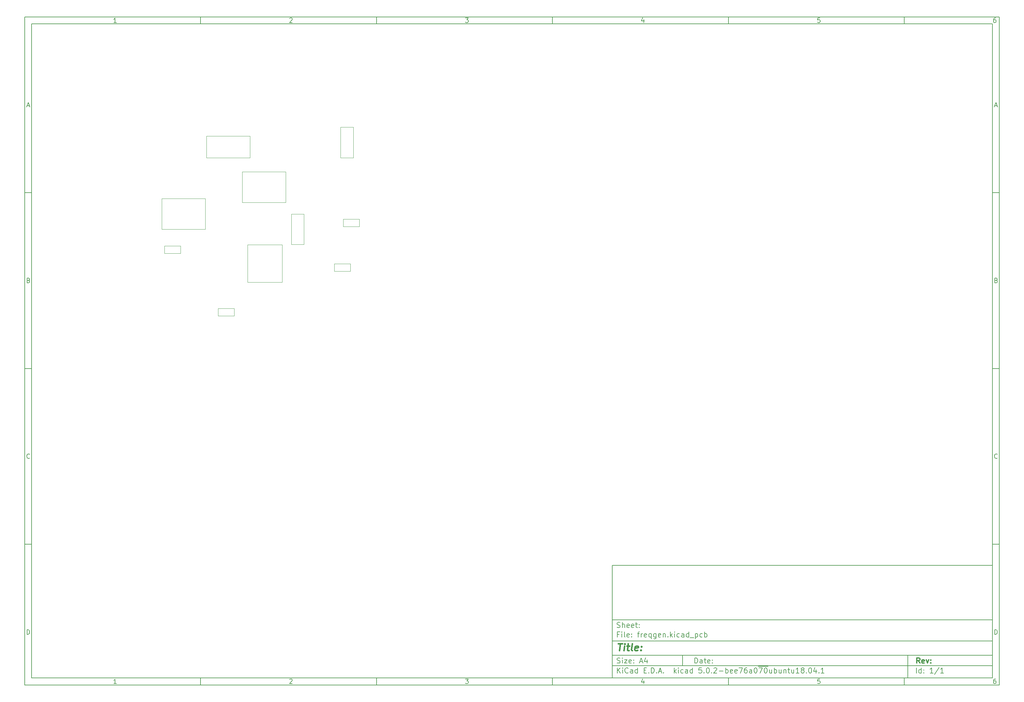
<source format=gbr>
G04 #@! TF.GenerationSoftware,KiCad,Pcbnew,5.0.2-bee76a0~70~ubuntu18.04.1*
G04 #@! TF.CreationDate,2019-03-06T00:46:13+05:30*
G04 #@! TF.ProjectId,freqgen,66726571-6765-46e2-9e6b-696361645f70,rev?*
G04 #@! TF.SameCoordinates,Original*
G04 #@! TF.FileFunction,Other,User*
%FSLAX46Y46*%
G04 Gerber Fmt 4.6, Leading zero omitted, Abs format (unit mm)*
G04 Created by KiCad (PCBNEW 5.0.2-bee76a0~70~ubuntu18.04.1) date Wed Mar  6 00:46:13 2019*
%MOMM*%
%LPD*%
G01*
G04 APERTURE LIST*
%ADD10C,0.100000*%
%ADD11C,0.150000*%
%ADD12C,0.300000*%
%ADD13C,0.400000*%
%ADD14C,0.050000*%
G04 APERTURE END LIST*
D10*
D11*
X177002200Y-166007200D02*
X177002200Y-198007200D01*
X285002200Y-198007200D01*
X285002200Y-166007200D01*
X177002200Y-166007200D01*
D10*
D11*
X10000000Y-10000000D02*
X10000000Y-200007200D01*
X287002200Y-200007200D01*
X287002200Y-10000000D01*
X10000000Y-10000000D01*
D10*
D11*
X12000000Y-12000000D02*
X12000000Y-198007200D01*
X285002200Y-198007200D01*
X285002200Y-12000000D01*
X12000000Y-12000000D01*
D10*
D11*
X60000000Y-12000000D02*
X60000000Y-10000000D01*
D10*
D11*
X110000000Y-12000000D02*
X110000000Y-10000000D01*
D10*
D11*
X160000000Y-12000000D02*
X160000000Y-10000000D01*
D10*
D11*
X210000000Y-12000000D02*
X210000000Y-10000000D01*
D10*
D11*
X260000000Y-12000000D02*
X260000000Y-10000000D01*
D10*
D11*
X36065476Y-11588095D02*
X35322619Y-11588095D01*
X35694047Y-11588095D02*
X35694047Y-10288095D01*
X35570238Y-10473809D01*
X35446428Y-10597619D01*
X35322619Y-10659523D01*
D10*
D11*
X85322619Y-10411904D02*
X85384523Y-10350000D01*
X85508333Y-10288095D01*
X85817857Y-10288095D01*
X85941666Y-10350000D01*
X86003571Y-10411904D01*
X86065476Y-10535714D01*
X86065476Y-10659523D01*
X86003571Y-10845238D01*
X85260714Y-11588095D01*
X86065476Y-11588095D01*
D10*
D11*
X135260714Y-10288095D02*
X136065476Y-10288095D01*
X135632142Y-10783333D01*
X135817857Y-10783333D01*
X135941666Y-10845238D01*
X136003571Y-10907142D01*
X136065476Y-11030952D01*
X136065476Y-11340476D01*
X136003571Y-11464285D01*
X135941666Y-11526190D01*
X135817857Y-11588095D01*
X135446428Y-11588095D01*
X135322619Y-11526190D01*
X135260714Y-11464285D01*
D10*
D11*
X185941666Y-10721428D02*
X185941666Y-11588095D01*
X185632142Y-10226190D02*
X185322619Y-11154761D01*
X186127380Y-11154761D01*
D10*
D11*
X236003571Y-10288095D02*
X235384523Y-10288095D01*
X235322619Y-10907142D01*
X235384523Y-10845238D01*
X235508333Y-10783333D01*
X235817857Y-10783333D01*
X235941666Y-10845238D01*
X236003571Y-10907142D01*
X236065476Y-11030952D01*
X236065476Y-11340476D01*
X236003571Y-11464285D01*
X235941666Y-11526190D01*
X235817857Y-11588095D01*
X235508333Y-11588095D01*
X235384523Y-11526190D01*
X235322619Y-11464285D01*
D10*
D11*
X285941666Y-10288095D02*
X285694047Y-10288095D01*
X285570238Y-10350000D01*
X285508333Y-10411904D01*
X285384523Y-10597619D01*
X285322619Y-10845238D01*
X285322619Y-11340476D01*
X285384523Y-11464285D01*
X285446428Y-11526190D01*
X285570238Y-11588095D01*
X285817857Y-11588095D01*
X285941666Y-11526190D01*
X286003571Y-11464285D01*
X286065476Y-11340476D01*
X286065476Y-11030952D01*
X286003571Y-10907142D01*
X285941666Y-10845238D01*
X285817857Y-10783333D01*
X285570238Y-10783333D01*
X285446428Y-10845238D01*
X285384523Y-10907142D01*
X285322619Y-11030952D01*
D10*
D11*
X60000000Y-198007200D02*
X60000000Y-200007200D01*
D10*
D11*
X110000000Y-198007200D02*
X110000000Y-200007200D01*
D10*
D11*
X160000000Y-198007200D02*
X160000000Y-200007200D01*
D10*
D11*
X210000000Y-198007200D02*
X210000000Y-200007200D01*
D10*
D11*
X260000000Y-198007200D02*
X260000000Y-200007200D01*
D10*
D11*
X36065476Y-199595295D02*
X35322619Y-199595295D01*
X35694047Y-199595295D02*
X35694047Y-198295295D01*
X35570238Y-198481009D01*
X35446428Y-198604819D01*
X35322619Y-198666723D01*
D10*
D11*
X85322619Y-198419104D02*
X85384523Y-198357200D01*
X85508333Y-198295295D01*
X85817857Y-198295295D01*
X85941666Y-198357200D01*
X86003571Y-198419104D01*
X86065476Y-198542914D01*
X86065476Y-198666723D01*
X86003571Y-198852438D01*
X85260714Y-199595295D01*
X86065476Y-199595295D01*
D10*
D11*
X135260714Y-198295295D02*
X136065476Y-198295295D01*
X135632142Y-198790533D01*
X135817857Y-198790533D01*
X135941666Y-198852438D01*
X136003571Y-198914342D01*
X136065476Y-199038152D01*
X136065476Y-199347676D01*
X136003571Y-199471485D01*
X135941666Y-199533390D01*
X135817857Y-199595295D01*
X135446428Y-199595295D01*
X135322619Y-199533390D01*
X135260714Y-199471485D01*
D10*
D11*
X185941666Y-198728628D02*
X185941666Y-199595295D01*
X185632142Y-198233390D02*
X185322619Y-199161961D01*
X186127380Y-199161961D01*
D10*
D11*
X236003571Y-198295295D02*
X235384523Y-198295295D01*
X235322619Y-198914342D01*
X235384523Y-198852438D01*
X235508333Y-198790533D01*
X235817857Y-198790533D01*
X235941666Y-198852438D01*
X236003571Y-198914342D01*
X236065476Y-199038152D01*
X236065476Y-199347676D01*
X236003571Y-199471485D01*
X235941666Y-199533390D01*
X235817857Y-199595295D01*
X235508333Y-199595295D01*
X235384523Y-199533390D01*
X235322619Y-199471485D01*
D10*
D11*
X285941666Y-198295295D02*
X285694047Y-198295295D01*
X285570238Y-198357200D01*
X285508333Y-198419104D01*
X285384523Y-198604819D01*
X285322619Y-198852438D01*
X285322619Y-199347676D01*
X285384523Y-199471485D01*
X285446428Y-199533390D01*
X285570238Y-199595295D01*
X285817857Y-199595295D01*
X285941666Y-199533390D01*
X286003571Y-199471485D01*
X286065476Y-199347676D01*
X286065476Y-199038152D01*
X286003571Y-198914342D01*
X285941666Y-198852438D01*
X285817857Y-198790533D01*
X285570238Y-198790533D01*
X285446428Y-198852438D01*
X285384523Y-198914342D01*
X285322619Y-199038152D01*
D10*
D11*
X10000000Y-60000000D02*
X12000000Y-60000000D01*
D10*
D11*
X10000000Y-110000000D02*
X12000000Y-110000000D01*
D10*
D11*
X10000000Y-160000000D02*
X12000000Y-160000000D01*
D10*
D11*
X10690476Y-35216666D02*
X11309523Y-35216666D01*
X10566666Y-35588095D02*
X11000000Y-34288095D01*
X11433333Y-35588095D01*
D10*
D11*
X11092857Y-84907142D02*
X11278571Y-84969047D01*
X11340476Y-85030952D01*
X11402380Y-85154761D01*
X11402380Y-85340476D01*
X11340476Y-85464285D01*
X11278571Y-85526190D01*
X11154761Y-85588095D01*
X10659523Y-85588095D01*
X10659523Y-84288095D01*
X11092857Y-84288095D01*
X11216666Y-84350000D01*
X11278571Y-84411904D01*
X11340476Y-84535714D01*
X11340476Y-84659523D01*
X11278571Y-84783333D01*
X11216666Y-84845238D01*
X11092857Y-84907142D01*
X10659523Y-84907142D01*
D10*
D11*
X11402380Y-135464285D02*
X11340476Y-135526190D01*
X11154761Y-135588095D01*
X11030952Y-135588095D01*
X10845238Y-135526190D01*
X10721428Y-135402380D01*
X10659523Y-135278571D01*
X10597619Y-135030952D01*
X10597619Y-134845238D01*
X10659523Y-134597619D01*
X10721428Y-134473809D01*
X10845238Y-134350000D01*
X11030952Y-134288095D01*
X11154761Y-134288095D01*
X11340476Y-134350000D01*
X11402380Y-134411904D01*
D10*
D11*
X10659523Y-185588095D02*
X10659523Y-184288095D01*
X10969047Y-184288095D01*
X11154761Y-184350000D01*
X11278571Y-184473809D01*
X11340476Y-184597619D01*
X11402380Y-184845238D01*
X11402380Y-185030952D01*
X11340476Y-185278571D01*
X11278571Y-185402380D01*
X11154761Y-185526190D01*
X10969047Y-185588095D01*
X10659523Y-185588095D01*
D10*
D11*
X287002200Y-60000000D02*
X285002200Y-60000000D01*
D10*
D11*
X287002200Y-110000000D02*
X285002200Y-110000000D01*
D10*
D11*
X287002200Y-160000000D02*
X285002200Y-160000000D01*
D10*
D11*
X285692676Y-35216666D02*
X286311723Y-35216666D01*
X285568866Y-35588095D02*
X286002200Y-34288095D01*
X286435533Y-35588095D01*
D10*
D11*
X286095057Y-84907142D02*
X286280771Y-84969047D01*
X286342676Y-85030952D01*
X286404580Y-85154761D01*
X286404580Y-85340476D01*
X286342676Y-85464285D01*
X286280771Y-85526190D01*
X286156961Y-85588095D01*
X285661723Y-85588095D01*
X285661723Y-84288095D01*
X286095057Y-84288095D01*
X286218866Y-84350000D01*
X286280771Y-84411904D01*
X286342676Y-84535714D01*
X286342676Y-84659523D01*
X286280771Y-84783333D01*
X286218866Y-84845238D01*
X286095057Y-84907142D01*
X285661723Y-84907142D01*
D10*
D11*
X286404580Y-135464285D02*
X286342676Y-135526190D01*
X286156961Y-135588095D01*
X286033152Y-135588095D01*
X285847438Y-135526190D01*
X285723628Y-135402380D01*
X285661723Y-135278571D01*
X285599819Y-135030952D01*
X285599819Y-134845238D01*
X285661723Y-134597619D01*
X285723628Y-134473809D01*
X285847438Y-134350000D01*
X286033152Y-134288095D01*
X286156961Y-134288095D01*
X286342676Y-134350000D01*
X286404580Y-134411904D01*
D10*
D11*
X285661723Y-185588095D02*
X285661723Y-184288095D01*
X285971247Y-184288095D01*
X286156961Y-184350000D01*
X286280771Y-184473809D01*
X286342676Y-184597619D01*
X286404580Y-184845238D01*
X286404580Y-185030952D01*
X286342676Y-185278571D01*
X286280771Y-185402380D01*
X286156961Y-185526190D01*
X285971247Y-185588095D01*
X285661723Y-185588095D01*
D10*
D11*
X200434342Y-193785771D02*
X200434342Y-192285771D01*
X200791485Y-192285771D01*
X201005771Y-192357200D01*
X201148628Y-192500057D01*
X201220057Y-192642914D01*
X201291485Y-192928628D01*
X201291485Y-193142914D01*
X201220057Y-193428628D01*
X201148628Y-193571485D01*
X201005771Y-193714342D01*
X200791485Y-193785771D01*
X200434342Y-193785771D01*
X202577200Y-193785771D02*
X202577200Y-193000057D01*
X202505771Y-192857200D01*
X202362914Y-192785771D01*
X202077200Y-192785771D01*
X201934342Y-192857200D01*
X202577200Y-193714342D02*
X202434342Y-193785771D01*
X202077200Y-193785771D01*
X201934342Y-193714342D01*
X201862914Y-193571485D01*
X201862914Y-193428628D01*
X201934342Y-193285771D01*
X202077200Y-193214342D01*
X202434342Y-193214342D01*
X202577200Y-193142914D01*
X203077200Y-192785771D02*
X203648628Y-192785771D01*
X203291485Y-192285771D02*
X203291485Y-193571485D01*
X203362914Y-193714342D01*
X203505771Y-193785771D01*
X203648628Y-193785771D01*
X204720057Y-193714342D02*
X204577200Y-193785771D01*
X204291485Y-193785771D01*
X204148628Y-193714342D01*
X204077200Y-193571485D01*
X204077200Y-193000057D01*
X204148628Y-192857200D01*
X204291485Y-192785771D01*
X204577200Y-192785771D01*
X204720057Y-192857200D01*
X204791485Y-193000057D01*
X204791485Y-193142914D01*
X204077200Y-193285771D01*
X205434342Y-193642914D02*
X205505771Y-193714342D01*
X205434342Y-193785771D01*
X205362914Y-193714342D01*
X205434342Y-193642914D01*
X205434342Y-193785771D01*
X205434342Y-192857200D02*
X205505771Y-192928628D01*
X205434342Y-193000057D01*
X205362914Y-192928628D01*
X205434342Y-192857200D01*
X205434342Y-193000057D01*
D10*
D11*
X177002200Y-194507200D02*
X285002200Y-194507200D01*
D10*
D11*
X178434342Y-196585771D02*
X178434342Y-195085771D01*
X179291485Y-196585771D02*
X178648628Y-195728628D01*
X179291485Y-195085771D02*
X178434342Y-195942914D01*
X179934342Y-196585771D02*
X179934342Y-195585771D01*
X179934342Y-195085771D02*
X179862914Y-195157200D01*
X179934342Y-195228628D01*
X180005771Y-195157200D01*
X179934342Y-195085771D01*
X179934342Y-195228628D01*
X181505771Y-196442914D02*
X181434342Y-196514342D01*
X181220057Y-196585771D01*
X181077200Y-196585771D01*
X180862914Y-196514342D01*
X180720057Y-196371485D01*
X180648628Y-196228628D01*
X180577200Y-195942914D01*
X180577200Y-195728628D01*
X180648628Y-195442914D01*
X180720057Y-195300057D01*
X180862914Y-195157200D01*
X181077200Y-195085771D01*
X181220057Y-195085771D01*
X181434342Y-195157200D01*
X181505771Y-195228628D01*
X182791485Y-196585771D02*
X182791485Y-195800057D01*
X182720057Y-195657200D01*
X182577200Y-195585771D01*
X182291485Y-195585771D01*
X182148628Y-195657200D01*
X182791485Y-196514342D02*
X182648628Y-196585771D01*
X182291485Y-196585771D01*
X182148628Y-196514342D01*
X182077200Y-196371485D01*
X182077200Y-196228628D01*
X182148628Y-196085771D01*
X182291485Y-196014342D01*
X182648628Y-196014342D01*
X182791485Y-195942914D01*
X184148628Y-196585771D02*
X184148628Y-195085771D01*
X184148628Y-196514342D02*
X184005771Y-196585771D01*
X183720057Y-196585771D01*
X183577200Y-196514342D01*
X183505771Y-196442914D01*
X183434342Y-196300057D01*
X183434342Y-195871485D01*
X183505771Y-195728628D01*
X183577200Y-195657200D01*
X183720057Y-195585771D01*
X184005771Y-195585771D01*
X184148628Y-195657200D01*
X186005771Y-195800057D02*
X186505771Y-195800057D01*
X186720057Y-196585771D02*
X186005771Y-196585771D01*
X186005771Y-195085771D01*
X186720057Y-195085771D01*
X187362914Y-196442914D02*
X187434342Y-196514342D01*
X187362914Y-196585771D01*
X187291485Y-196514342D01*
X187362914Y-196442914D01*
X187362914Y-196585771D01*
X188077200Y-196585771D02*
X188077200Y-195085771D01*
X188434342Y-195085771D01*
X188648628Y-195157200D01*
X188791485Y-195300057D01*
X188862914Y-195442914D01*
X188934342Y-195728628D01*
X188934342Y-195942914D01*
X188862914Y-196228628D01*
X188791485Y-196371485D01*
X188648628Y-196514342D01*
X188434342Y-196585771D01*
X188077200Y-196585771D01*
X189577200Y-196442914D02*
X189648628Y-196514342D01*
X189577200Y-196585771D01*
X189505771Y-196514342D01*
X189577200Y-196442914D01*
X189577200Y-196585771D01*
X190220057Y-196157200D02*
X190934342Y-196157200D01*
X190077200Y-196585771D02*
X190577200Y-195085771D01*
X191077200Y-196585771D01*
X191577200Y-196442914D02*
X191648628Y-196514342D01*
X191577200Y-196585771D01*
X191505771Y-196514342D01*
X191577200Y-196442914D01*
X191577200Y-196585771D01*
X194577200Y-196585771D02*
X194577200Y-195085771D01*
X194720057Y-196014342D02*
X195148628Y-196585771D01*
X195148628Y-195585771D02*
X194577200Y-196157200D01*
X195791485Y-196585771D02*
X195791485Y-195585771D01*
X195791485Y-195085771D02*
X195720057Y-195157200D01*
X195791485Y-195228628D01*
X195862914Y-195157200D01*
X195791485Y-195085771D01*
X195791485Y-195228628D01*
X197148628Y-196514342D02*
X197005771Y-196585771D01*
X196720057Y-196585771D01*
X196577200Y-196514342D01*
X196505771Y-196442914D01*
X196434342Y-196300057D01*
X196434342Y-195871485D01*
X196505771Y-195728628D01*
X196577200Y-195657200D01*
X196720057Y-195585771D01*
X197005771Y-195585771D01*
X197148628Y-195657200D01*
X198434342Y-196585771D02*
X198434342Y-195800057D01*
X198362914Y-195657200D01*
X198220057Y-195585771D01*
X197934342Y-195585771D01*
X197791485Y-195657200D01*
X198434342Y-196514342D02*
X198291485Y-196585771D01*
X197934342Y-196585771D01*
X197791485Y-196514342D01*
X197720057Y-196371485D01*
X197720057Y-196228628D01*
X197791485Y-196085771D01*
X197934342Y-196014342D01*
X198291485Y-196014342D01*
X198434342Y-195942914D01*
X199791485Y-196585771D02*
X199791485Y-195085771D01*
X199791485Y-196514342D02*
X199648628Y-196585771D01*
X199362914Y-196585771D01*
X199220057Y-196514342D01*
X199148628Y-196442914D01*
X199077200Y-196300057D01*
X199077200Y-195871485D01*
X199148628Y-195728628D01*
X199220057Y-195657200D01*
X199362914Y-195585771D01*
X199648628Y-195585771D01*
X199791485Y-195657200D01*
X202362914Y-195085771D02*
X201648628Y-195085771D01*
X201577200Y-195800057D01*
X201648628Y-195728628D01*
X201791485Y-195657200D01*
X202148628Y-195657200D01*
X202291485Y-195728628D01*
X202362914Y-195800057D01*
X202434342Y-195942914D01*
X202434342Y-196300057D01*
X202362914Y-196442914D01*
X202291485Y-196514342D01*
X202148628Y-196585771D01*
X201791485Y-196585771D01*
X201648628Y-196514342D01*
X201577200Y-196442914D01*
X203077200Y-196442914D02*
X203148628Y-196514342D01*
X203077200Y-196585771D01*
X203005771Y-196514342D01*
X203077200Y-196442914D01*
X203077200Y-196585771D01*
X204077200Y-195085771D02*
X204220057Y-195085771D01*
X204362914Y-195157200D01*
X204434342Y-195228628D01*
X204505771Y-195371485D01*
X204577200Y-195657200D01*
X204577200Y-196014342D01*
X204505771Y-196300057D01*
X204434342Y-196442914D01*
X204362914Y-196514342D01*
X204220057Y-196585771D01*
X204077200Y-196585771D01*
X203934342Y-196514342D01*
X203862914Y-196442914D01*
X203791485Y-196300057D01*
X203720057Y-196014342D01*
X203720057Y-195657200D01*
X203791485Y-195371485D01*
X203862914Y-195228628D01*
X203934342Y-195157200D01*
X204077200Y-195085771D01*
X205220057Y-196442914D02*
X205291485Y-196514342D01*
X205220057Y-196585771D01*
X205148628Y-196514342D01*
X205220057Y-196442914D01*
X205220057Y-196585771D01*
X205862914Y-195228628D02*
X205934342Y-195157200D01*
X206077200Y-195085771D01*
X206434342Y-195085771D01*
X206577200Y-195157200D01*
X206648628Y-195228628D01*
X206720057Y-195371485D01*
X206720057Y-195514342D01*
X206648628Y-195728628D01*
X205791485Y-196585771D01*
X206720057Y-196585771D01*
X207362914Y-196014342D02*
X208505771Y-196014342D01*
X209220057Y-196585771D02*
X209220057Y-195085771D01*
X209220057Y-195657200D02*
X209362914Y-195585771D01*
X209648628Y-195585771D01*
X209791485Y-195657200D01*
X209862914Y-195728628D01*
X209934342Y-195871485D01*
X209934342Y-196300057D01*
X209862914Y-196442914D01*
X209791485Y-196514342D01*
X209648628Y-196585771D01*
X209362914Y-196585771D01*
X209220057Y-196514342D01*
X211148628Y-196514342D02*
X211005771Y-196585771D01*
X210720057Y-196585771D01*
X210577200Y-196514342D01*
X210505771Y-196371485D01*
X210505771Y-195800057D01*
X210577200Y-195657200D01*
X210720057Y-195585771D01*
X211005771Y-195585771D01*
X211148628Y-195657200D01*
X211220057Y-195800057D01*
X211220057Y-195942914D01*
X210505771Y-196085771D01*
X212434342Y-196514342D02*
X212291485Y-196585771D01*
X212005771Y-196585771D01*
X211862914Y-196514342D01*
X211791485Y-196371485D01*
X211791485Y-195800057D01*
X211862914Y-195657200D01*
X212005771Y-195585771D01*
X212291485Y-195585771D01*
X212434342Y-195657200D01*
X212505771Y-195800057D01*
X212505771Y-195942914D01*
X211791485Y-196085771D01*
X213005771Y-195085771D02*
X214005771Y-195085771D01*
X213362914Y-196585771D01*
X215220057Y-195085771D02*
X214934342Y-195085771D01*
X214791485Y-195157200D01*
X214720057Y-195228628D01*
X214577200Y-195442914D01*
X214505771Y-195728628D01*
X214505771Y-196300057D01*
X214577200Y-196442914D01*
X214648628Y-196514342D01*
X214791485Y-196585771D01*
X215077200Y-196585771D01*
X215220057Y-196514342D01*
X215291485Y-196442914D01*
X215362914Y-196300057D01*
X215362914Y-195942914D01*
X215291485Y-195800057D01*
X215220057Y-195728628D01*
X215077200Y-195657200D01*
X214791485Y-195657200D01*
X214648628Y-195728628D01*
X214577200Y-195800057D01*
X214505771Y-195942914D01*
X216648628Y-196585771D02*
X216648628Y-195800057D01*
X216577200Y-195657200D01*
X216434342Y-195585771D01*
X216148628Y-195585771D01*
X216005771Y-195657200D01*
X216648628Y-196514342D02*
X216505771Y-196585771D01*
X216148628Y-196585771D01*
X216005771Y-196514342D01*
X215934342Y-196371485D01*
X215934342Y-196228628D01*
X216005771Y-196085771D01*
X216148628Y-196014342D01*
X216505771Y-196014342D01*
X216648628Y-195942914D01*
X217648628Y-195085771D02*
X217791485Y-195085771D01*
X217934342Y-195157200D01*
X218005771Y-195228628D01*
X218077200Y-195371485D01*
X218148628Y-195657200D01*
X218148628Y-196014342D01*
X218077200Y-196300057D01*
X218005771Y-196442914D01*
X217934342Y-196514342D01*
X217791485Y-196585771D01*
X217648628Y-196585771D01*
X217505771Y-196514342D01*
X217434342Y-196442914D01*
X217362914Y-196300057D01*
X217291485Y-196014342D01*
X217291485Y-195657200D01*
X217362914Y-195371485D01*
X217434342Y-195228628D01*
X217505771Y-195157200D01*
X217648628Y-195085771D01*
X218434342Y-194677200D02*
X219862914Y-194677200D01*
X218648628Y-195085771D02*
X219648628Y-195085771D01*
X219005771Y-196585771D01*
X219862914Y-194677200D02*
X221291485Y-194677200D01*
X220505771Y-195085771D02*
X220648628Y-195085771D01*
X220791485Y-195157200D01*
X220862914Y-195228628D01*
X220934342Y-195371485D01*
X221005771Y-195657200D01*
X221005771Y-196014342D01*
X220934342Y-196300057D01*
X220862914Y-196442914D01*
X220791485Y-196514342D01*
X220648628Y-196585771D01*
X220505771Y-196585771D01*
X220362914Y-196514342D01*
X220291485Y-196442914D01*
X220220057Y-196300057D01*
X220148628Y-196014342D01*
X220148628Y-195657200D01*
X220220057Y-195371485D01*
X220291485Y-195228628D01*
X220362914Y-195157200D01*
X220505771Y-195085771D01*
X222291485Y-195585771D02*
X222291485Y-196585771D01*
X221648628Y-195585771D02*
X221648628Y-196371485D01*
X221720057Y-196514342D01*
X221862914Y-196585771D01*
X222077200Y-196585771D01*
X222220057Y-196514342D01*
X222291485Y-196442914D01*
X223005771Y-196585771D02*
X223005771Y-195085771D01*
X223005771Y-195657200D02*
X223148628Y-195585771D01*
X223434342Y-195585771D01*
X223577200Y-195657200D01*
X223648628Y-195728628D01*
X223720057Y-195871485D01*
X223720057Y-196300057D01*
X223648628Y-196442914D01*
X223577200Y-196514342D01*
X223434342Y-196585771D01*
X223148628Y-196585771D01*
X223005771Y-196514342D01*
X225005771Y-195585771D02*
X225005771Y-196585771D01*
X224362914Y-195585771D02*
X224362914Y-196371485D01*
X224434342Y-196514342D01*
X224577200Y-196585771D01*
X224791485Y-196585771D01*
X224934342Y-196514342D01*
X225005771Y-196442914D01*
X225720057Y-195585771D02*
X225720057Y-196585771D01*
X225720057Y-195728628D02*
X225791485Y-195657200D01*
X225934342Y-195585771D01*
X226148628Y-195585771D01*
X226291485Y-195657200D01*
X226362914Y-195800057D01*
X226362914Y-196585771D01*
X226862914Y-195585771D02*
X227434342Y-195585771D01*
X227077200Y-195085771D02*
X227077200Y-196371485D01*
X227148628Y-196514342D01*
X227291485Y-196585771D01*
X227434342Y-196585771D01*
X228577200Y-195585771D02*
X228577200Y-196585771D01*
X227934342Y-195585771D02*
X227934342Y-196371485D01*
X228005771Y-196514342D01*
X228148628Y-196585771D01*
X228362914Y-196585771D01*
X228505771Y-196514342D01*
X228577200Y-196442914D01*
X230077200Y-196585771D02*
X229220057Y-196585771D01*
X229648628Y-196585771D02*
X229648628Y-195085771D01*
X229505771Y-195300057D01*
X229362914Y-195442914D01*
X229220057Y-195514342D01*
X230934342Y-195728628D02*
X230791485Y-195657200D01*
X230720057Y-195585771D01*
X230648628Y-195442914D01*
X230648628Y-195371485D01*
X230720057Y-195228628D01*
X230791485Y-195157200D01*
X230934342Y-195085771D01*
X231220057Y-195085771D01*
X231362914Y-195157200D01*
X231434342Y-195228628D01*
X231505771Y-195371485D01*
X231505771Y-195442914D01*
X231434342Y-195585771D01*
X231362914Y-195657200D01*
X231220057Y-195728628D01*
X230934342Y-195728628D01*
X230791485Y-195800057D01*
X230720057Y-195871485D01*
X230648628Y-196014342D01*
X230648628Y-196300057D01*
X230720057Y-196442914D01*
X230791485Y-196514342D01*
X230934342Y-196585771D01*
X231220057Y-196585771D01*
X231362914Y-196514342D01*
X231434342Y-196442914D01*
X231505771Y-196300057D01*
X231505771Y-196014342D01*
X231434342Y-195871485D01*
X231362914Y-195800057D01*
X231220057Y-195728628D01*
X232148628Y-196442914D02*
X232220057Y-196514342D01*
X232148628Y-196585771D01*
X232077200Y-196514342D01*
X232148628Y-196442914D01*
X232148628Y-196585771D01*
X233148628Y-195085771D02*
X233291485Y-195085771D01*
X233434342Y-195157200D01*
X233505771Y-195228628D01*
X233577200Y-195371485D01*
X233648628Y-195657200D01*
X233648628Y-196014342D01*
X233577200Y-196300057D01*
X233505771Y-196442914D01*
X233434342Y-196514342D01*
X233291485Y-196585771D01*
X233148628Y-196585771D01*
X233005771Y-196514342D01*
X232934342Y-196442914D01*
X232862914Y-196300057D01*
X232791485Y-196014342D01*
X232791485Y-195657200D01*
X232862914Y-195371485D01*
X232934342Y-195228628D01*
X233005771Y-195157200D01*
X233148628Y-195085771D01*
X234934342Y-195585771D02*
X234934342Y-196585771D01*
X234577200Y-195014342D02*
X234220057Y-196085771D01*
X235148628Y-196085771D01*
X235720057Y-196442914D02*
X235791485Y-196514342D01*
X235720057Y-196585771D01*
X235648628Y-196514342D01*
X235720057Y-196442914D01*
X235720057Y-196585771D01*
X237220057Y-196585771D02*
X236362914Y-196585771D01*
X236791485Y-196585771D02*
X236791485Y-195085771D01*
X236648628Y-195300057D01*
X236505771Y-195442914D01*
X236362914Y-195514342D01*
D10*
D11*
X177002200Y-191507200D02*
X285002200Y-191507200D01*
D10*
D12*
X264411485Y-193785771D02*
X263911485Y-193071485D01*
X263554342Y-193785771D02*
X263554342Y-192285771D01*
X264125771Y-192285771D01*
X264268628Y-192357200D01*
X264340057Y-192428628D01*
X264411485Y-192571485D01*
X264411485Y-192785771D01*
X264340057Y-192928628D01*
X264268628Y-193000057D01*
X264125771Y-193071485D01*
X263554342Y-193071485D01*
X265625771Y-193714342D02*
X265482914Y-193785771D01*
X265197200Y-193785771D01*
X265054342Y-193714342D01*
X264982914Y-193571485D01*
X264982914Y-193000057D01*
X265054342Y-192857200D01*
X265197200Y-192785771D01*
X265482914Y-192785771D01*
X265625771Y-192857200D01*
X265697200Y-193000057D01*
X265697200Y-193142914D01*
X264982914Y-193285771D01*
X266197200Y-192785771D02*
X266554342Y-193785771D01*
X266911485Y-192785771D01*
X267482914Y-193642914D02*
X267554342Y-193714342D01*
X267482914Y-193785771D01*
X267411485Y-193714342D01*
X267482914Y-193642914D01*
X267482914Y-193785771D01*
X267482914Y-192857200D02*
X267554342Y-192928628D01*
X267482914Y-193000057D01*
X267411485Y-192928628D01*
X267482914Y-192857200D01*
X267482914Y-193000057D01*
D10*
D11*
X178362914Y-193714342D02*
X178577200Y-193785771D01*
X178934342Y-193785771D01*
X179077200Y-193714342D01*
X179148628Y-193642914D01*
X179220057Y-193500057D01*
X179220057Y-193357200D01*
X179148628Y-193214342D01*
X179077200Y-193142914D01*
X178934342Y-193071485D01*
X178648628Y-193000057D01*
X178505771Y-192928628D01*
X178434342Y-192857200D01*
X178362914Y-192714342D01*
X178362914Y-192571485D01*
X178434342Y-192428628D01*
X178505771Y-192357200D01*
X178648628Y-192285771D01*
X179005771Y-192285771D01*
X179220057Y-192357200D01*
X179862914Y-193785771D02*
X179862914Y-192785771D01*
X179862914Y-192285771D02*
X179791485Y-192357200D01*
X179862914Y-192428628D01*
X179934342Y-192357200D01*
X179862914Y-192285771D01*
X179862914Y-192428628D01*
X180434342Y-192785771D02*
X181220057Y-192785771D01*
X180434342Y-193785771D01*
X181220057Y-193785771D01*
X182362914Y-193714342D02*
X182220057Y-193785771D01*
X181934342Y-193785771D01*
X181791485Y-193714342D01*
X181720057Y-193571485D01*
X181720057Y-193000057D01*
X181791485Y-192857200D01*
X181934342Y-192785771D01*
X182220057Y-192785771D01*
X182362914Y-192857200D01*
X182434342Y-193000057D01*
X182434342Y-193142914D01*
X181720057Y-193285771D01*
X183077200Y-193642914D02*
X183148628Y-193714342D01*
X183077200Y-193785771D01*
X183005771Y-193714342D01*
X183077200Y-193642914D01*
X183077200Y-193785771D01*
X183077200Y-192857200D02*
X183148628Y-192928628D01*
X183077200Y-193000057D01*
X183005771Y-192928628D01*
X183077200Y-192857200D01*
X183077200Y-193000057D01*
X184862914Y-193357200D02*
X185577200Y-193357200D01*
X184720057Y-193785771D02*
X185220057Y-192285771D01*
X185720057Y-193785771D01*
X186862914Y-192785771D02*
X186862914Y-193785771D01*
X186505771Y-192214342D02*
X186148628Y-193285771D01*
X187077200Y-193285771D01*
D10*
D11*
X263434342Y-196585771D02*
X263434342Y-195085771D01*
X264791485Y-196585771D02*
X264791485Y-195085771D01*
X264791485Y-196514342D02*
X264648628Y-196585771D01*
X264362914Y-196585771D01*
X264220057Y-196514342D01*
X264148628Y-196442914D01*
X264077200Y-196300057D01*
X264077200Y-195871485D01*
X264148628Y-195728628D01*
X264220057Y-195657200D01*
X264362914Y-195585771D01*
X264648628Y-195585771D01*
X264791485Y-195657200D01*
X265505771Y-196442914D02*
X265577200Y-196514342D01*
X265505771Y-196585771D01*
X265434342Y-196514342D01*
X265505771Y-196442914D01*
X265505771Y-196585771D01*
X265505771Y-195657200D02*
X265577200Y-195728628D01*
X265505771Y-195800057D01*
X265434342Y-195728628D01*
X265505771Y-195657200D01*
X265505771Y-195800057D01*
X268148628Y-196585771D02*
X267291485Y-196585771D01*
X267720057Y-196585771D02*
X267720057Y-195085771D01*
X267577200Y-195300057D01*
X267434342Y-195442914D01*
X267291485Y-195514342D01*
X269862914Y-195014342D02*
X268577200Y-196942914D01*
X271148628Y-196585771D02*
X270291485Y-196585771D01*
X270720057Y-196585771D02*
X270720057Y-195085771D01*
X270577200Y-195300057D01*
X270434342Y-195442914D01*
X270291485Y-195514342D01*
D10*
D11*
X177002200Y-187507200D02*
X285002200Y-187507200D01*
D10*
D13*
X178714580Y-188211961D02*
X179857438Y-188211961D01*
X179036009Y-190211961D02*
X179286009Y-188211961D01*
X180274104Y-190211961D02*
X180440771Y-188878628D01*
X180524104Y-188211961D02*
X180416961Y-188307200D01*
X180500295Y-188402438D01*
X180607438Y-188307200D01*
X180524104Y-188211961D01*
X180500295Y-188402438D01*
X181107438Y-188878628D02*
X181869342Y-188878628D01*
X181476485Y-188211961D02*
X181262200Y-189926247D01*
X181333628Y-190116723D01*
X181512200Y-190211961D01*
X181702676Y-190211961D01*
X182655057Y-190211961D02*
X182476485Y-190116723D01*
X182405057Y-189926247D01*
X182619342Y-188211961D01*
X184190771Y-190116723D02*
X183988390Y-190211961D01*
X183607438Y-190211961D01*
X183428866Y-190116723D01*
X183357438Y-189926247D01*
X183452676Y-189164342D01*
X183571723Y-188973866D01*
X183774104Y-188878628D01*
X184155057Y-188878628D01*
X184333628Y-188973866D01*
X184405057Y-189164342D01*
X184381247Y-189354819D01*
X183405057Y-189545295D01*
X185155057Y-190021485D02*
X185238390Y-190116723D01*
X185131247Y-190211961D01*
X185047914Y-190116723D01*
X185155057Y-190021485D01*
X185131247Y-190211961D01*
X185286009Y-188973866D02*
X185369342Y-189069104D01*
X185262200Y-189164342D01*
X185178866Y-189069104D01*
X185286009Y-188973866D01*
X185262200Y-189164342D01*
D10*
D11*
X178934342Y-185600057D02*
X178434342Y-185600057D01*
X178434342Y-186385771D02*
X178434342Y-184885771D01*
X179148628Y-184885771D01*
X179720057Y-186385771D02*
X179720057Y-185385771D01*
X179720057Y-184885771D02*
X179648628Y-184957200D01*
X179720057Y-185028628D01*
X179791485Y-184957200D01*
X179720057Y-184885771D01*
X179720057Y-185028628D01*
X180648628Y-186385771D02*
X180505771Y-186314342D01*
X180434342Y-186171485D01*
X180434342Y-184885771D01*
X181791485Y-186314342D02*
X181648628Y-186385771D01*
X181362914Y-186385771D01*
X181220057Y-186314342D01*
X181148628Y-186171485D01*
X181148628Y-185600057D01*
X181220057Y-185457200D01*
X181362914Y-185385771D01*
X181648628Y-185385771D01*
X181791485Y-185457200D01*
X181862914Y-185600057D01*
X181862914Y-185742914D01*
X181148628Y-185885771D01*
X182505771Y-186242914D02*
X182577200Y-186314342D01*
X182505771Y-186385771D01*
X182434342Y-186314342D01*
X182505771Y-186242914D01*
X182505771Y-186385771D01*
X182505771Y-185457200D02*
X182577200Y-185528628D01*
X182505771Y-185600057D01*
X182434342Y-185528628D01*
X182505771Y-185457200D01*
X182505771Y-185600057D01*
X184148628Y-185385771D02*
X184720057Y-185385771D01*
X184362914Y-186385771D02*
X184362914Y-185100057D01*
X184434342Y-184957200D01*
X184577200Y-184885771D01*
X184720057Y-184885771D01*
X185220057Y-186385771D02*
X185220057Y-185385771D01*
X185220057Y-185671485D02*
X185291485Y-185528628D01*
X185362914Y-185457200D01*
X185505771Y-185385771D01*
X185648628Y-185385771D01*
X186720057Y-186314342D02*
X186577200Y-186385771D01*
X186291485Y-186385771D01*
X186148628Y-186314342D01*
X186077200Y-186171485D01*
X186077200Y-185600057D01*
X186148628Y-185457200D01*
X186291485Y-185385771D01*
X186577200Y-185385771D01*
X186720057Y-185457200D01*
X186791485Y-185600057D01*
X186791485Y-185742914D01*
X186077200Y-185885771D01*
X188077200Y-185385771D02*
X188077200Y-186885771D01*
X188077200Y-186314342D02*
X187934342Y-186385771D01*
X187648628Y-186385771D01*
X187505771Y-186314342D01*
X187434342Y-186242914D01*
X187362914Y-186100057D01*
X187362914Y-185671485D01*
X187434342Y-185528628D01*
X187505771Y-185457200D01*
X187648628Y-185385771D01*
X187934342Y-185385771D01*
X188077200Y-185457200D01*
X189434342Y-185385771D02*
X189434342Y-186600057D01*
X189362914Y-186742914D01*
X189291485Y-186814342D01*
X189148628Y-186885771D01*
X188934342Y-186885771D01*
X188791485Y-186814342D01*
X189434342Y-186314342D02*
X189291485Y-186385771D01*
X189005771Y-186385771D01*
X188862914Y-186314342D01*
X188791485Y-186242914D01*
X188720057Y-186100057D01*
X188720057Y-185671485D01*
X188791485Y-185528628D01*
X188862914Y-185457200D01*
X189005771Y-185385771D01*
X189291485Y-185385771D01*
X189434342Y-185457200D01*
X190720057Y-186314342D02*
X190577200Y-186385771D01*
X190291485Y-186385771D01*
X190148628Y-186314342D01*
X190077200Y-186171485D01*
X190077200Y-185600057D01*
X190148628Y-185457200D01*
X190291485Y-185385771D01*
X190577200Y-185385771D01*
X190720057Y-185457200D01*
X190791485Y-185600057D01*
X190791485Y-185742914D01*
X190077200Y-185885771D01*
X191434342Y-185385771D02*
X191434342Y-186385771D01*
X191434342Y-185528628D02*
X191505771Y-185457200D01*
X191648628Y-185385771D01*
X191862914Y-185385771D01*
X192005771Y-185457200D01*
X192077200Y-185600057D01*
X192077200Y-186385771D01*
X192791485Y-186242914D02*
X192862914Y-186314342D01*
X192791485Y-186385771D01*
X192720057Y-186314342D01*
X192791485Y-186242914D01*
X192791485Y-186385771D01*
X193505771Y-186385771D02*
X193505771Y-184885771D01*
X193648628Y-185814342D02*
X194077200Y-186385771D01*
X194077200Y-185385771D02*
X193505771Y-185957200D01*
X194720057Y-186385771D02*
X194720057Y-185385771D01*
X194720057Y-184885771D02*
X194648628Y-184957200D01*
X194720057Y-185028628D01*
X194791485Y-184957200D01*
X194720057Y-184885771D01*
X194720057Y-185028628D01*
X196077200Y-186314342D02*
X195934342Y-186385771D01*
X195648628Y-186385771D01*
X195505771Y-186314342D01*
X195434342Y-186242914D01*
X195362914Y-186100057D01*
X195362914Y-185671485D01*
X195434342Y-185528628D01*
X195505771Y-185457200D01*
X195648628Y-185385771D01*
X195934342Y-185385771D01*
X196077200Y-185457200D01*
X197362914Y-186385771D02*
X197362914Y-185600057D01*
X197291485Y-185457200D01*
X197148628Y-185385771D01*
X196862914Y-185385771D01*
X196720057Y-185457200D01*
X197362914Y-186314342D02*
X197220057Y-186385771D01*
X196862914Y-186385771D01*
X196720057Y-186314342D01*
X196648628Y-186171485D01*
X196648628Y-186028628D01*
X196720057Y-185885771D01*
X196862914Y-185814342D01*
X197220057Y-185814342D01*
X197362914Y-185742914D01*
X198720057Y-186385771D02*
X198720057Y-184885771D01*
X198720057Y-186314342D02*
X198577200Y-186385771D01*
X198291485Y-186385771D01*
X198148628Y-186314342D01*
X198077200Y-186242914D01*
X198005771Y-186100057D01*
X198005771Y-185671485D01*
X198077200Y-185528628D01*
X198148628Y-185457200D01*
X198291485Y-185385771D01*
X198577200Y-185385771D01*
X198720057Y-185457200D01*
X199077200Y-186528628D02*
X200220057Y-186528628D01*
X200577200Y-185385771D02*
X200577200Y-186885771D01*
X200577200Y-185457200D02*
X200720057Y-185385771D01*
X201005771Y-185385771D01*
X201148628Y-185457200D01*
X201220057Y-185528628D01*
X201291485Y-185671485D01*
X201291485Y-186100057D01*
X201220057Y-186242914D01*
X201148628Y-186314342D01*
X201005771Y-186385771D01*
X200720057Y-186385771D01*
X200577200Y-186314342D01*
X202577200Y-186314342D02*
X202434342Y-186385771D01*
X202148628Y-186385771D01*
X202005771Y-186314342D01*
X201934342Y-186242914D01*
X201862914Y-186100057D01*
X201862914Y-185671485D01*
X201934342Y-185528628D01*
X202005771Y-185457200D01*
X202148628Y-185385771D01*
X202434342Y-185385771D01*
X202577200Y-185457200D01*
X203220057Y-186385771D02*
X203220057Y-184885771D01*
X203220057Y-185457200D02*
X203362914Y-185385771D01*
X203648628Y-185385771D01*
X203791485Y-185457200D01*
X203862914Y-185528628D01*
X203934342Y-185671485D01*
X203934342Y-186100057D01*
X203862914Y-186242914D01*
X203791485Y-186314342D01*
X203648628Y-186385771D01*
X203362914Y-186385771D01*
X203220057Y-186314342D01*
D10*
D11*
X177002200Y-181507200D02*
X285002200Y-181507200D01*
D10*
D11*
X178362914Y-183614342D02*
X178577200Y-183685771D01*
X178934342Y-183685771D01*
X179077200Y-183614342D01*
X179148628Y-183542914D01*
X179220057Y-183400057D01*
X179220057Y-183257200D01*
X179148628Y-183114342D01*
X179077200Y-183042914D01*
X178934342Y-182971485D01*
X178648628Y-182900057D01*
X178505771Y-182828628D01*
X178434342Y-182757200D01*
X178362914Y-182614342D01*
X178362914Y-182471485D01*
X178434342Y-182328628D01*
X178505771Y-182257200D01*
X178648628Y-182185771D01*
X179005771Y-182185771D01*
X179220057Y-182257200D01*
X179862914Y-183685771D02*
X179862914Y-182185771D01*
X180505771Y-183685771D02*
X180505771Y-182900057D01*
X180434342Y-182757200D01*
X180291485Y-182685771D01*
X180077200Y-182685771D01*
X179934342Y-182757200D01*
X179862914Y-182828628D01*
X181791485Y-183614342D02*
X181648628Y-183685771D01*
X181362914Y-183685771D01*
X181220057Y-183614342D01*
X181148628Y-183471485D01*
X181148628Y-182900057D01*
X181220057Y-182757200D01*
X181362914Y-182685771D01*
X181648628Y-182685771D01*
X181791485Y-182757200D01*
X181862914Y-182900057D01*
X181862914Y-183042914D01*
X181148628Y-183185771D01*
X183077200Y-183614342D02*
X182934342Y-183685771D01*
X182648628Y-183685771D01*
X182505771Y-183614342D01*
X182434342Y-183471485D01*
X182434342Y-182900057D01*
X182505771Y-182757200D01*
X182648628Y-182685771D01*
X182934342Y-182685771D01*
X183077200Y-182757200D01*
X183148628Y-182900057D01*
X183148628Y-183042914D01*
X182434342Y-183185771D01*
X183577200Y-182685771D02*
X184148628Y-182685771D01*
X183791485Y-182185771D02*
X183791485Y-183471485D01*
X183862914Y-183614342D01*
X184005771Y-183685771D01*
X184148628Y-183685771D01*
X184648628Y-183542914D02*
X184720057Y-183614342D01*
X184648628Y-183685771D01*
X184577200Y-183614342D01*
X184648628Y-183542914D01*
X184648628Y-183685771D01*
X184648628Y-182757200D02*
X184720057Y-182828628D01*
X184648628Y-182900057D01*
X184577200Y-182828628D01*
X184648628Y-182757200D01*
X184648628Y-182900057D01*
D10*
D11*
X197002200Y-191507200D02*
X197002200Y-194507200D01*
D10*
D11*
X261002200Y-191507200D02*
X261002200Y-198007200D01*
D14*
G04 #@! TO.C,C1*
X54290000Y-75150000D02*
X49750000Y-75150000D01*
X54290000Y-77250000D02*
X54290000Y-75150000D01*
X49750000Y-77250000D02*
X54290000Y-77250000D01*
X49750000Y-75150000D02*
X49750000Y-77250000D01*
G04 #@! TO.C,C2*
X64990000Y-92930000D02*
X64990000Y-95030000D01*
X64990000Y-95030000D02*
X69530000Y-95030000D01*
X69530000Y-95030000D02*
X69530000Y-92930000D01*
X69530000Y-92930000D02*
X64990000Y-92930000D01*
G04 #@! TO.C,J1*
X89385000Y-66065000D02*
X85785000Y-66065000D01*
X89385000Y-74715000D02*
X89385000Y-66065000D01*
X85785000Y-74715000D02*
X89385000Y-74715000D01*
X85785000Y-66065000D02*
X85785000Y-74715000D01*
G04 #@! TO.C,J2*
X61700000Y-43920000D02*
X61700000Y-50070000D01*
X61700000Y-50070000D02*
X74050000Y-50070000D01*
X74050000Y-50070000D02*
X74050000Y-43920000D01*
X74050000Y-43920000D02*
X61700000Y-43920000D01*
G04 #@! TO.C,J3*
X61350000Y-61700000D02*
X49000000Y-61700000D01*
X61350000Y-70350000D02*
X61350000Y-61700000D01*
X49000000Y-70350000D02*
X61350000Y-70350000D01*
X49000000Y-61700000D02*
X49000000Y-70350000D01*
G04 #@! TO.C,J4*
X71860000Y-54080000D02*
X71860000Y-62730000D01*
X71860000Y-62730000D02*
X84210000Y-62730000D01*
X84210000Y-62730000D02*
X84210000Y-54080000D01*
X84210000Y-54080000D02*
X71860000Y-54080000D01*
G04 #@! TO.C,R1*
X100550000Y-67530000D02*
X100550000Y-69630000D01*
X100550000Y-69630000D02*
X105090000Y-69630000D01*
X105090000Y-69630000D02*
X105090000Y-67530000D01*
X105090000Y-67530000D02*
X100550000Y-67530000D01*
G04 #@! TO.C,R2*
X102550000Y-80230000D02*
X98010000Y-80230000D01*
X102550000Y-82330000D02*
X102550000Y-80230000D01*
X98010000Y-82330000D02*
X102550000Y-82330000D01*
X98010000Y-80230000D02*
X98010000Y-82330000D01*
G04 #@! TO.C,U1*
X73385000Y-74765000D02*
X73385000Y-85465000D01*
X73385000Y-85465000D02*
X83185000Y-85465000D01*
X83185000Y-85465000D02*
X83185000Y-74765000D01*
X83185000Y-74765000D02*
X73385000Y-74765000D01*
G04 #@! TO.C,U2*
X99800000Y-41380000D02*
X99800000Y-50030000D01*
X99800000Y-50030000D02*
X103400000Y-50030000D01*
X103400000Y-50030000D02*
X103400000Y-41380000D01*
X103400000Y-41380000D02*
X99800000Y-41380000D01*
G04 #@! TD*
M02*

</source>
